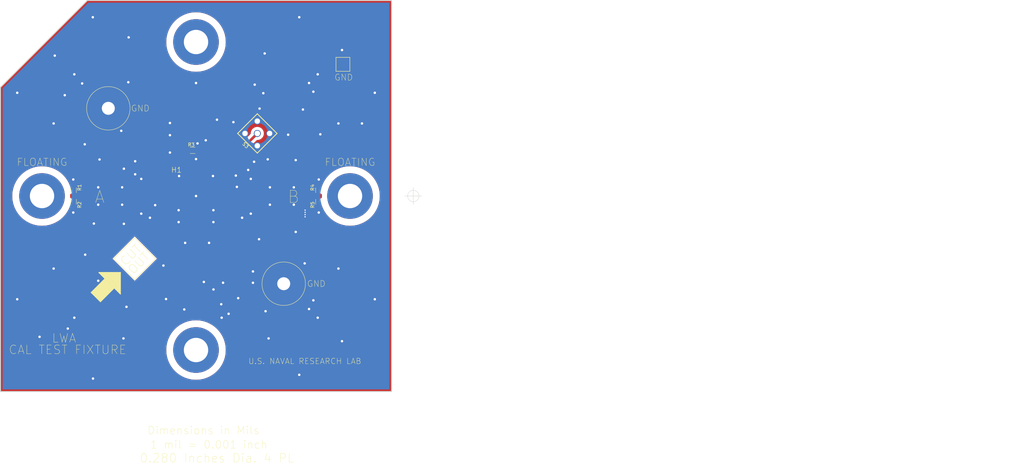
<source format=kicad_pcb>
(kicad_pcb (version 20221018) (generator pcbnew)
  (title_block (title "LWA CAL TEST FIXTURE") (date "2022-04-29") (rev "1.3"))
  (layers (0 "F.Cu" signal) (31 "B.Cu" signal) (34 "B.Paste" user) (35 "F.Paste" user) (36 "B.SilkS" user "B.Silkscreen") (37 "F.SilkS" user "F.Silkscreen") (38 "B.Mask" user) (39 "F.Mask" user) (44 "Edge.Cuts" user))
  (net 0 "")
  (net 1 "GND")
  (net 6 "Net-(H1-Pad1)")
  (net 7 "Net-(H1-Pad3)")
  (net 8 "unconnected-(H1-Pad4)")
  (net 9 "unconnected-(H1-Pad6)")
  (footprint "LWA Balun 2020:Feedpoint" (layer "F.Cu") (at 37.143588 99.7458)
    (fp_text reference "FP1" hide)
    (fp_text value "1/4-20 FREE-FIT")
    (pad "1" thru_hole circle locked (at 0 0) (size 13.335 13.335) (drill 7.112) (layers "*.Cu" "*.Mask"))
  )
  (footprint "LWA Balun 2020:Feedpoint" (layer "F.Cu") (at 127.143612 99.7458)
    (fp_text reference "FP2" hide)
    (fp_text value "1/4-20 FREE-FIT")
    (pad "1" thru_hole circle locked (at 0 0) (size 13.335 13.335) (drill 7.112) (layers "*.Cu" "*.Mask"))
  )
  (footprint "LWA Balun 2020:Feedpoint" (layer "F.Cu") (at 82.1436 54.745788)
    (fp_text reference "FP3" hide)
    (fp_text value "1/4-20 FREE-FIT")
    (pad "1" thru_hole circle locked (at 0 0) (size 13.335 13.335) (drill 7.112) (layers "*.Cu" "*.Mask"))
  )
  (footprint "LWA Balun 2020:Feedpoint" (layer "F.Cu") (at 82.1436 144.745812)
    (fp_text reference "FP4" hide)
    (fp_text value "1/4-20 FREE-FIT")
    (pad "1" thru_hole circle locked (at 0 0) (size 13.335 13.335) (drill 7.112) (layers "*.Cu" "*.Mask"))
  )
  (footprint "LWA Balun 2020:AMT-2" (layer "F.Cu") (at 84.6836 91.3638 180)
    (fp_text reference "H1" (at 8.255 -0.762) (layer "F.SilkS") (effects (font (size 1.524 1.524))))
    (fp_text value "AMT-32+")
    (pad "1" smd rect (at 0 0 180) (size 1.651 2.54) (layers "F.Cu" "F.Paste" "F.Mask") (net 6 "Net-(H1-Pad1)"))
    (pad "2" smd rect (at 2.54 0 180) (size 1.651 2.54) (layers "F.Cu" "F.Paste" "F.Mask") (net 1 "GND"))
    (pad "3" smd rect (at 5.08 0 180) (size 1.651 2.54) (layers "F.Cu" "F.Paste" "F.Mask") (net 7 "Net-(H1-Pad3)"))
    (pad "4" smd rect (at 5.08 -5.08 180) (size 1.651 2.54) (layers "F.Cu" "F.Paste" "F.Mask") (net 8 "unconnected-(H1-Pad4)"))
    (pad "5" smd rect (at 2.54 -5.08 180) (size 1.651 2.54) (layers "F.Cu" "F.Paste" "F.Mask") (net 1 "GND"))
    (pad "6" smd rect (at 0 -5.08 180) (size 1.651 2.54) (layers "F.Cu" "F.Paste" "F.Mask") (net 9 "unconnected-(H1-Pad6)"))
  )
  (footprint "LWA Balun 2020:Harwin_TP_S1751-46R" (layer "F.Cu") (at 125.0696 61.2648)
    (fp_text reference "TP2" hide)
    (fp_text value "GND TEST")
    (fp_line (start -2.032 -2.032) (end 2.032 -2.032) (stroke (width 0.15)) (layer "F.SilkS"))
    (fp_line (start -2.032 2.032) (end -2.032 -2.032) (stroke (width 0.15)) (layer "F.SilkS"))
    (fp_line (start 2.032 -2.032) (end 2.032 2.032) (stroke (width 0.15)) (layer "F.SilkS"))
    (fp_line (start 2.032 2.032) (end -2.032 2.032) (stroke (width 0.15)) (layer "F.SilkS"))
    (pad "1" smd rect (at 0 0) (size 3.450001 3.450001) (layers "F.Cu" "F.Paste" "F.Mask") (net 1 "GND"))
  )
  (footprint "LWA Balun 2020:GND_Bolt" (layer "F.Cu") (at 107.769228 125.371428)
    (fp_text reference "MH1" hide)
    (fp_text value "GND_Bolt")
    (fp_circle (center 0 0) (end 6.35 0) (stroke (width 0.12)) (fill none) (layer "F.SilkS"))
    (pad "1" thru_hole circle (at 0 0) (size 7.62 7.62) (drill 3.7973) (layers "*.Cu" "*.Mask") (net 1 "GND"))
  )
  (footprint "LWA Balun 2020:GND_Bolt" (layer "F.Cu") (at 56.517972 74.120172)
    (fp_text reference "MH2" hide)
    (fp_text value "GND_Bolt")
    (fp_circle (center 0 0) (end 6.35 0) (stroke (width 0.12)) (fill none) (layer "F.SilkS"))
    (pad "1" thru_hole circle (at 0 0) (size 7.62 7.62) (drill 3.7973) (layers "*.Cu" "*.Mask") (net 1 "GND"))
  )
  (footprint "LWA Balun 2020:R_Cal_1206" (layer "F.Cu") (at 46.2788 98.0688 90)
    (fp_text reference "R1" (at 0.8128 1.820012 90) (layer "F.SilkS"))
    (fp_text value "100R")
    (fp_line (start -0.727064 -0.91) (end 0.727064 -0.91) (stroke (width 0.12)) (layer "F.SilkS"))
    (fp_line (start -0.727064 0.91) (end 0.727064 0.91) (stroke (width 0.12)) (layer "F.SilkS"))
    (pad "1" smd roundrect (at -1.677 0 90) (size 1.3 1.75) (layers "F.Cu" "F.Paste" "F.Mask") (roundrect_rratio 0.1923076923) (net 8 "unconnected-(H1-Pad4)"))
    (pad "2" smd roundrect (at 1.677 0 90) (size 1.3 1.75) (layers "F.Cu" "F.Paste" "F.Mask") (roundrect_rratio 0.1923076923) (net 1 "GND"))
  )
  (footprint "FabDrawingTemplates:FabDrawing-2Layer-Imperial_LWA" (layer "F.Cu") (at 193.9036 74.9808)
    (fp_text reference "G1" hide)
    (fp_text value "PCB Layer Stackup Detail" hide)
  )
  (footprint "LWA Balun 2020:R_Cal_1206" (layer "F.Cu") (at 118.0084 98.0688 90)
    (fp_text reference "R4" (at 0.8128 -1.820012 90) (layer "F.SilkS"))
    (fp_text value "100R")
    (fp_line (start -0.727064 -0.91) (end 0.727064 -0.91) (stroke (width 0.12)) (layer "F.SilkS"))
    (fp_line (start -0.727064 0.91) (end 0.727064 0.91) (stroke (width 0.12)) (layer "F.SilkS"))
    (pad "1" smd roundrect (at -1.677 0 90) (size 1.3 1.75) (layers "F.Cu" "F.Paste" "F.Mask") (roundrect_rratio 0.1923076923) (net 9 "unconnected-(H1-Pad6)"))
    (pad "2" smd roundrect (at 1.677 0 90) (size 1.3 1.75) (layers "F.Cu" "F.Paste" "F.Mask") (roundrect_rratio 0.1923076923) (net 1 "GND"))
  )
  (footprint "LWA Balun 2020:R_Cal_1206" (layer "F.Cu") (at 118.0084 101.4228 -90)
    (fp_text reference "R5" (at 0.9156 1.820012 -90) (layer "F.SilkS"))
    (fp_text value "100R")
    (fp_line (start -0.727064 -0.91) (end 0.727064 -0.91) (stroke (width 0.12)) (layer "F.SilkS"))
    (fp_line (start -0.727064 0.91) (end 0.727064 0.91) (stroke (width 0.12)) (layer "F.SilkS"))
    (pad "1" smd roundrect (at -1.677 0 270) (size 1.3 1.75) (layers "F.Cu" "F.Paste" "F.Mask") (roundrect_rratio 0.1923076923) (net 9 "unconnected-(H1-Pad6)"))
    (pad "2" smd roundrect (at 1.677 0 270) (size 1.3 1.75) (layers "F.Cu" "F.Paste" "F.Mask") (roundrect_rratio 0.1923076923) (net 1 "GND"))
  )
  (footprint "LWA Balun 2020:R_Cal_1206" (layer "F.Cu") (at 46.2788 101.4228 -90)
    (fp_text reference "R2" (at 0.9156 -1.82 -90) (layer "F.SilkS"))
    (fp_text value "100R")
    (fp_line (start -0.727064 -0.91) (end 0.727064 -0.91) (stroke (width 0.12)) (layer "F.SilkS"))
    (fp_line (start -0.727064 0.91) (end 0.727064 0.91) (stroke (width 0.12)) (layer "F.SilkS"))
    (pad "1" smd roundrect (at -1.677 0 270) (size 1.3 1.75) (layers "F.Cu" "F.Paste" "F.Mask") (roundrect_rratio 0.1923076923) (net 8 "unconnected-(H1-Pad4)"))
    (pad "2" smd roundrect (at 1.677 0 270) (size 1.3 1.75) (layers "F.Cu" "F.Paste" "F.Mask") (roundrect_rratio 0.1923076923) (net 1 "GND"))
  )
  (footprint "Resistor_SMD:R_1206_3216Metric_Pad1.30x1.75mm_HandSolder" (layer "F.Cu") (at 81.1536 86.4108 180)
    (fp_text reference "R3" (at 0.407 1.651) (layer "F.SilkS"))
    (fp_text value "50R")
    (fp_line (start -0.727064 -0.91) (end 0.727064 -0.91) (stroke (width 0.12)) (layer "F.SilkS"))
    (fp_line (start -0.727064 0.91) (end 0.727064 0.91) (stroke (width 0.12)) (layer "F.SilkS"))
    (pad "1" smd roundrect (at -1.55 0 180) (size 1.3 1.75) (layers "F.Cu" "F.Paste" "F.Mask") (roundrect_rratio 0.1923076923) (net 1 "GND"))
    (pad "2" smd roundrect (at 1.55 0 180) (size 1.3 1.75) (layers "F.Cu" "F.Paste" "F.Mask") (roundrect_rratio 0.1923076923) (net 7 "Net-(H1-Pad3)"))
  )
  (footprint "LWA Balun 2020:SMA_142-0701-201" (layer "B.Cu") (at 100.0506 81.4578 -45)
    (fp_text reference "S3" (at 0.017961 4.867299 -45 unlocked) (layer "F.SilkS"))
    (fp_text value "TEST")
    (pad "1" thru_hole circle (at 0 0 315) (size 2.032 2.032) (drill 1.5748) (layers "*.Cu" "*.Mask") (net 6 "Net-(H1-Pad1)"))
    (pad "2" thru_hole circle (at -2.54 -2.54 315) (size 2.032 2.032) (drill 1.5748) (layers "*.Cu" "*.Mask") (net 1 "GND"))
    (pad "2" thru_hole circle (at -2.54 2.54 315) (size 2.032 2.032) (drill 1.5748) (layers "*.Cu" "*.Mask") (net 1 "GND"))
    (pad "2" thru_hole circle (at 2.54 -2.54 315) (size 2.032 2.032) (drill 1.5748) (layers "*.Cu" "*.Mask") (net 1 "GND"))
    (pad "2" thru_hole circle (at 2.54 2.54 315) (size 2.032 2.032) (drill 1.5748) (layers "*.Cu" "*.Mask") (net 1 "GND"))
  )
  (gr_line (start 64.2366 124.1298) (end 70.3326 118.0338) (stroke (width 0.15)) (layer "F.SilkS"))
  (gr_line (start 105.79796 81.4578) (end 100.0506 87.20516) (stroke (width 0.254)) (layer "F.SilkS"))
  (gr_line (start 60.0456 128.38398) (end 60.0456 122.0978) (stroke (width 0.254)) (layer "F.SilkS"))
  (gr_line (start 55.55547 123.89385) (end 51.51436 127.93497) (stroke (width 0.254)) (layer "F.SilkS"))
  (gr_line (start 58.1406 118.0338) (end 64.2366 111.9378) (stroke (width 0.15)) (layer "F.SilkS"))
  (gr_line (start 70.3326 118.0338) (end 64.2366 111.9378) (stroke (width 0.15)) (layer "F.SilkS"))
  (gr_poly (pts (xy 59.0296 125.9078) (xy 58.24955 126.58793) (xy 55.55547 123.89385) (xy 56.2356 123.1138)) (stroke (width 0.1)) (fill solid) (layer "F.SilkS"))
  (gr_line (start 58.1406 118.0338) (end 64.2366 124.1298) (stroke (width 0.15)) (layer "F.SilkS"))
  (gr_line (start 60.0456 128.38398) (end 58.24955 126.58793) (stroke (width 0.254)) (layer "F.SilkS"))
  (gr_line (start 105.79796 81.4578) (end 100.0506 75.71044) (stroke (width 0.254)) (layer "F.SilkS"))
  (gr_poly (pts (xy 60.0456 128.38398) (xy 58.24955 126.58793) (xy 59.0296 125.9078) (xy 56.2356 123.1138) (xy 55.55547 123.89385) (xy 53.75942 122.0978) (xy 60.0456 122.0978)) (stroke (width 0.1)) (fill solid) (layer "F.SilkS"))
  (gr_line (start 100.0506 87.20516) (end 94.30324 81.4578) (stroke (width 0.254)) (layer "F.SilkS"))
  (gr_line (start 100.0506 75.71044) (end 94.30324 81.4578) (stroke (width 0.254)) (layer "F.SilkS"))
  (gr_line (start 58.24955 126.58793) (end 54.20843 130.62904) (stroke (width 0.254)) (layer "F.SilkS"))
  (gr_line (start 55.55547 123.89385) (end 53.75942 122.0978) (stroke (width 0.254)) (layer "F.SilkS"))
  (gr_line (start 54.20843 130.62904) (end 51.51436 127.93497) (stroke (width 0.254)) (layer "F.SilkS"))
  (gr_poly (pts (xy 58.24955 126.58793) (xy 54.20843 130.62904) (xy 51.51436 127.93497) (xy 55.55547 123.89385)) (stroke (width 0.1)) (fill solid) (layer "F.SilkS"))
  (gr_line (start 60.0456 122.0978) (end 53.75942 122.0978) (stroke (width 0.254)) (layer "F.SilkS"))
  (gr_line (start 139.2936 156.8958) (end 139.2936 42.5958) (stroke (width 0.254)) (layer "Edge.Cuts"))
  (gr_line (start 139.2936 42.5958) (end 50.3936 42.5958) (stroke (width 0.254)) (layer "Edge.Cuts"))
  (gr_line (start 24.9936 156.8958) (end 24.9936 67.9958) (stroke (width 0.254)) (layer "Edge.Cuts"))
  (gr_line (start 70.5866 118.0338) (end 64.2366 111.6838) (stroke (width 0.0254)) (layer "Edge.Cuts"))
  (gr_line (start 70.5866 118.0338) (end 64.2366 124.3838) (stroke (width 0.0254)) (layer "Edge.Cuts"))
  (gr_line (start 64.2366 124.3838) (end 57.8866 118.0338) (stroke (width 0.0254)) (layer "Edge.Cuts"))
  (gr_line (start 139.2936 156.8958) (end 24.9936 156.8958) (stroke (width 0.254)) (layer "Edge.Cuts"))
  (gr_line (start 64.2366 111.6838) (end 57.8866 118.0338) (stroke (width 0.0254)) (layer "Edge.Cuts"))
  (gr_line (start 50.3936 42.5958) (end 24.9936 67.9958) (stroke (width 0.254)) (layer "Edge.Cuts"))
  (gr_text "A" (at 52.4256 99.9998) (layer "F.SilkS") (effects (font (size 3.556 3.556) (thickness 0.1)) (justify left)))
  (gr_text "GND" (at 122.5296 65.0748) (layer "F.SilkS") (effects (font (size 1.778 1.778) (thickness 0.1)) (justify left)))
  (gr_text "GND" (at 63.0936 74.120172) (layer "F.SilkS") (effects (font (size 1.778 1.778) (thickness 0.1)) (justify left)))
  (gr_text "B" (at 108.8136 99.9998) (layer "F.SilkS") (effects (font (size 3.556 3.556) (thickness 0.1)) (justify left)))
  (gr_text "CAL TEST FIXTURE" (at 61.934496 144.653) (layer "F.SilkS") (effects (font (size 2.54 2.54) (thickness 0.1)) (justify right)))
  (gr_text "GND" (at 114.5286 125.371428) (layer "F.SilkS") (effects (font (size 1.778 1.778) (thickness 0.1)) (justify left)))
  (gr_text "CUT" (at 60.5536 119.5578 45) (layer "F.SilkS") (effects (font (size 2.54 2.54) (thickness 0.1)) (justify left)))
  (gr_text "Dimensions in Mils " (at 67.8688 168.2242) (layer "F.SilkS") (effects (font (size 2.286 2.286) (thickness 0.1)) (justify left)))
  (gr_text "1 mil = 0.001 inch" (at 68.6816 172.3898) (layer "F.SilkS") (effects (font (size 2.286 2.286) (thickness 0.1)) (justify left)))
  (gr_text "LWA" (at 47.2186 141.2748) (layer "F.SilkS") (effects (font (size 2.54 2.54) (thickness 0.1)) (justify right)))
  (gr_text "OUT" (at 62.8396 121.9708 45) (layer "F.SilkS") (effects (font (size 2.54 2.54) (thickness 0.1)) (justify left)))
  (gr_text "0.280 Inches Dia. 4 PL" (at 65.6336 176.3268) (layer "F.SilkS") (effects (font (size 2.54 2.54) (thickness 0.1)) (justify left)))
  (gr_text "FLOATING" (at 29.691305 89.8398) (layer "F.SilkS") (effects (font (size 2.159 2.159) (thickness 0.1)) (justify left)))
  (gr_text "U.S. NAVAL RESEARCH LAB" (at 130.5036 148.0058) (layer "F.SilkS") (effects (font (size 1.651 1.651) (thickness 0.1)) (justify right)))
  (gr_text "FLOATING" (at 119.691328 89.8398) (layer "F.SilkS") (effects (font (size 2.159 2.159) (thickness 0.1)) (justify left)))
  (target plus (at 145.6436 99.7458) (size 5) (width 0.1) (layer "Edge.Cuts"))
  (segment (start 82.5786 86.4108) (end 82.5786 84.3788) (width 1.143) (layer "F.Cu") (net 1))
  (segment (start 82.1436 91.3638) (end 82.1436 88.9508) (width 1.143) (layer "F.Cu") (net 1))
  (segment (start 82.1436 99.7458) (end 82.1436 96.4438) (width 1.143) (layer "F.Cu") (net 1))
  (via (at 82.1436 99.7458) (size 1.27) (drill 0.7112) (layers "F.Cu" "B.Cu") (net 1))
  (via (at 91.6686 134.1628) (size 1.27) (drill 0.7112) (layers "F.Cu" "B.Cu") (net 1))
  (via (at 110.7186 102.2858) (size 1.27) (drill 0.7112) (layers "F.Cu" "B.Cu") (net 1))
  (via (at 73.3806 129.8448) (size 1.27) (drill 0.7112) (layers "F.Cu" "B.Cu") (net 1))
  (via (at 82.1436 88.9508) (size 1.27) (drill 0.7112) (layers "F.Cu" "B.Cu") (net 1))
  (via (at 72.6186 120.0658) (size 1.27) (drill 0.7112) (layers "F.Cu" "B.Cu") (net 1))
  (via (at 114.018448 103.867626) (size 0.762) (drill 0.381) (layers "F.Cu" "B.Cu") (net 1))
  (via (at 114.018447 105.817626) (size 0.762) (drill 0.381) (layers "F.Cu" "B.Cu") (net 1))
  (via (at 114.018447 105.167626) (size 0.762) (drill 0.381) (layers "F.Cu" "B.Cu") (net 1))
  (via (at 114.018447 104.517626) (size 0.762) (drill 0.381) (layers "F.Cu" "B.Cu") (net 1))
  (via (at 82.5786 84.3788) (size 1.27) (drill 0.7112) (layers "F.Cu" "B.Cu") (net 1))
  (via (at 87.24562 127.0508) (size 1.27) (drill 0.7112) (layers "F.Cu" "B.Cu") (net 1))
  (via (at 84.4296 124.85184) (size 1.27) (drill 0.7112) (layers "F.Cu" "B.Cu") (net 1))
  (via (at 90.0456 125.08576) (size 1.27) (drill 0.7112) (layers "F.Cu" "B.Cu") (net 1))
  (via (at 98.7806 121.783754) (size 1.27) (drill 0.7112) (layers "F.Cu" "B.Cu") (net 1))
  (via (at 98.7806 125.095) (size 1.27) (drill 0.7112) (layers "F.Cu" "B.Cu") (net 1))
  (via (at 89.5096 131.3688) (size 1.27) (drill 0.7112) (layers "F.Cu" "B.Cu") (net 1))
  (via (at 74.5236 81.9658) (size 1.27) (drill 0.7112) (layers "F.Cu" "B.Cu") (net 1))
  (via (at 130.62977 78.54565) (size 1.27) (drill 0.7112) (layers "F.Cu" "B.Cu") (net 1))
  (via (at 46.5836 64.1858) (size 1.27) (drill 0.7112) (layers "F.Cu" "B.Cu") (net 1))
  (via (at 123.75123 120.94595) (size 1.27) (drill 0.7112) (layers "F.Cu" "B.Cu") (net 1))
  (via (at 103.0986 89.027) (size 1.27) (drill 0.7112) (layers "F.Cu" "B.Cu") (net 1))
  (via (at 43.7896 70.2818) (size 1.27) (drill 0.7112) (layers "F.Cu" "B.Cu") (net 1))
  (via (at 103.7336 97.2058) (size 1.27) (drill 0.7112) (layers "F.Cu" "B.Cu") (net 1))
  (via (at 46.2788 94.9198) (size 1.27) (drill 0.7112) (layers "F.Cu" "B.Cu") (net 1))
  (via (at 68.6816 106.0958) (size 1.27) (drill 0.7112) (layers "F.Cu" "B.Cu") (net 1))
  (via (at 95.6056 106.0958) (size 1.27) (drill 0.7112) (layers "F.Cu" "B.Cu") (net 1))
  (via (at 99.2886 67.2084) (size 1.27) (drill 0.7112) (layers "F.Cu" "B.Cu") (net 1))
  (via (at 70.2056 102.4128) (size 1.27) (drill 0.7112) (layers "F.Cu" "B.Cu") (net 1))
  (via (at 64.3636 93.3958) (size 1.27) (drill 0.7112) (layers "F.Cu" "B.Cu") (net 1))
  (via (at 87.0966 93.9038) (size 1.27) (drill 0.7112) (layers "F.Cu" "B.Cu") (net 1))
  (via (at 48.8696 66.8528) (size 1.27) (drill 0.7112) (layers "F.Cu" "B.Cu") (net 1))
  (via (at 100.711 74.1934) (size 1.27) (drill 0.7112) (layers "F.Cu" "B.Cu") (net 1))
  (via (at 49.6316 84.6328) (size 1.27) (drill 0.7112) (layers "F.Cu" "B.Cu") (net 1))
  (via (at 51.9811 47.50281) (size 1.27) (drill 0.7112) (layers "F.Cu" "B.Cu") (net 1))
  (via (at 109.0676 81.8388) (size 1.27) (drill 0.7112) (layers "F.Cu" "B.Cu") (net 1))
  (via (at 44.6786 138.4808) (size 1.27) (drill 0.7112) (layers "F.Cu" "B.Cu") (net 1))
  (via (at 53.5686 97.2058) (size 1.27) (drill 0.7112) (layers "F.Cu" "B.Cu") (net 1))
  (via (at 60.5536 102.2858) (size 1.27) (drill 0.7112) (layers "F.Cu" "B.Cu") (net 1))
  (via (at 116.4336 130.2258) (size 1.27) (drill 0.7112) (layers "F.Cu" "B.Cu") (net 1))
  (via (at 53.5686 102.2858) (size 1.27) (drill 0.7112) (layers "F.Cu" "B.Cu") (net 1))
  (via (at 61.0616 107.8738) (size 1.27) (drill 0.7112) (layers "F.Cu" "B.Cu") (net 1))
  (via (at 46.2788 104.5718) (size 1.27) (drill 0.7112) (layers "F.Cu" "B.Cu") (net 1))
  (via (at 40.8686 58.7248) (size 1.27) (drill 0.7112) (layers "F.Cu" "B.Cu") (net 1))
  (via (at 113.3856 74.4728) (size 1.27) (drill 0.7112) (layers "F.Cu" "B.Cu") (net 1))
  (via (at 115.1636 66.7258) (size 1.27) (drill 0.7112) (layers "F.Cu" "B.Cu") (net 1))
  (via (at 112.3061 47.50282) (size 1.27) (drill 0.7112) (layers "F.Cu" "B.Cu") (net 1))
  (via (at 98.1456 104.902) (size 1.27) (drill 0.7112) (layers "F.Cu" "B.Cu") (net 1))
  (via (at 52.2986 107.7976) (size 1.27) (drill 0.7112) (layers "F.Cu" "B.Cu") (net 1))
  (via (at 60.94345 141.35343) (size 1.27) (drill 0.7112) (layers "F.Cu" "B.Cu") (net 1))
  (via (at 64.3636 89.5858) (size 1.27) (drill 0.7112) (layers "F.Cu" "B.Cu") (net 1))
  (via (at 40.53597 120.94595) (size 1.27) (drill 0.7112) (layers "F.Cu" "B.Cu") (net 1))
  (via (at 29.90061 129.9083) (size 1.27) (drill 0.7112) (layers "F.Cu" "B.Cu") (net 1))
  (via (at 99.1108 89.7382) (size 1.27) (drill 0.7112) (layers "F.Cu" "B.Cu") (net 1))
  (via (at 110.7186 97.2058) (size 1.27) (drill 0.7112) (layers "F.Cu" "B.Cu") (net 1))
  (via (at 36.4236 140.8938) (size 1.27) (drill 0.7112) (layers "F.Cu" "B.Cu") (net 1))
  (via (at 84.9884 83.4644) (size 1.27) (drill 0.7112) (layers "F.Cu" "B.Cu") (net 1))
  (via (at 88.265 77.4446) (size 1.27) (drill 0.7112) (layers "F.Cu" "B.Cu") (net 1))
  (via (at 118.0084 94.9198) (size 1.27) (drill 0.7112) (layers "F.Cu" "B.Cu") (net 1))
  (via (at 123.75123 78.54565) (size 1.27) (drill 0.7112) (layers "F.Cu" "B.Cu") (net 1))
  (via (at 87.2236 103.886) (size 1.27) (drill 0.7112) (layers "F.Cu" "B.Cu") (net 1))
  (via (at 102.2096 58.0898) (size 1.27) (drill 0.7112) (layers "F.Cu" "B.Cu") (net 1))
  (via (at 77.1906 93.9038) (size 1.27) (drill 0.7112) (layers "F.Cu" "B.Cu") (net 1))
  (via (at 60.2996 80.6958) (size 1.27) (drill 0.7112) (layers "F.Cu" "B.Cu") (net 1))
  (via (at 78.7146 132.8928) (size 1.27) (drill 0.7112) (layers "F.Cu" "B.Cu") (net 1))
  (via (at 66.1416 104.902) (size 1.27) (drill 0.7112) (layers "F.Cu" "B.Cu") (net 1))
  (via (at 49.7586 116.8908) (size 1.27) (drill 0.7112) (layers "F.Cu" "B.Cu") (net 1))
  (via (at 85.9536 113.4364) (size 1.27) (drill 0.7112) (layers "F.Cu" "B.Cu") (net 1))
  (via (at 87.2236 107.3658) (size 1.27) (drill 0.7112) (layers "F.Cu" "B.Cu") (net 1))
  (via (at 29.90062 69.5833) (size 1.27) (drill 0.7112) (layers "F.Cu" "B.Cu") (net 1))
  (via (at 93.0656 78.1558) (size 1.27) (drill 0.7112) (layers "F.Cu" "B.Cu") (net 1))
  (via (at 53.9496 89.0778) (size 1.27) (drill 0.7112) (layers "F.Cu" "B.Cu") (net 1))
  (via (at 134.38659 69.5833) (size 1.27) (drill 0.7112) (layers "F.Cu" "B.Cu") (net 1))
  (via (at 97.3836 92.1258) (size 1.27) (drill 0.7112) (layers "F.Cu" "B.Cu") (net 1))
  (via (at 53.5686 124.5108) (size 1.27) (drill 0.7112) (layers "F.Cu" "B.Cu") (net 1))
  (via (at 77.0636 103.886) (size 1.27) (drill 0.7112) (layers "F.Cu" "B.Cu") (net 1))
  (via (at 52.0446 153.0858) (size 1.27) (drill 0.7112) (layers "F.Cu" "B.Cu") (net 1))
  (via (at 111.2774 110.236) (size 1.27) (drill 0.7112) (layers "F.Cu" "B.Cu") (net 1))
  (via (at 74.5236 87.0458) (size 1.27) (drill 0.7112) (layers "F.Cu" "B.Cu") (net 1))
  (via (at 117.7036 64.1858) (size 1.27) (drill 0.7112) (layers "F.Cu" "B.Cu") (net 1))
  (via (at 103.34375 141.35343) (size 1.27) (drill 0.7112) (layers "F.Cu" "B.Cu") (net 1))
  (via (at 93.7768 93.7768) (size 1.27) (drill 0.7112) (layers "F.Cu" "B.Cu") (net 1))
  (via (at 89.6366 135.3058) (size 1.27) (drill 0.7112) (layers "F.Cu" "B.Cu") (net 1))
  (via (at 101.8032 69.6976) (size 1.27) (drill 0.7112) (layers "F.Cu" "B.Cu") (net 1))
  (via (at 98.1456 94.742) (size 1.27) (drill 0.7112) (layers "F.Cu" "B.Cu") (net 1))
  (via (at 82.1436 66.7258) (size 1.27) (drill 0.7112) (layers "F.Cu" "B.Cu") (net 1))
  (via (at 118.0084 104.5718) (size 1.27) (drill 0.7112) (layers "F.Cu" "B.Cu") (net 1))
  (via (at 62.4586 53.3908) (size 1.27) (drill 0.7112) (layers "F.Cu" "B.Cu") (net 1))
  (via (at 61.8236 132.1308) (size 1.27) (drill 0.7112) (layers "F.Cu" "B.Cu") (net 1))
  (via (at 102.4636 133.4008) (size 1.27) (drill 0.7112) (layers "F.Cu" "B.Cu") (net 1))
  (via (at 103.7336 102.2858) (size 1.27) (drill 0.7112) (layers "F.Cu" "B.Cu") (net 1))
  (via (at 117.7036 135.3058) (size 1.27) (drill 0.7112) (layers "F.Cu" "B.Cu") (net 1))
  (via (at 77.0636 107.3658) (size 1.27) (drill 0.7112) (layers "F.Cu" "B.Cu") (net 1))
  (via (at 62.357 66.4972) (size 1.27) (drill 0.7112) (layers "F.Cu" "B.Cu") (net 1))
  (via (at 118.4656 81.7118) (size 1.27) (drill 0.7112) (layers "F.Cu" "B.Cu") (net 1))
  (via (at 78.9686 113.4364) (size 1.27) (drill 0.7112) (layers "F.Cu" "B.Cu") (net 1))
  (via (at 40.53597 78.54565) (size 1.27) (drill 0.7112) (layers "F.Cu" "B.Cu") (net 1))
  (via (at 94.0816 97.0788) (size 1.27) (drill 0.7112) (layers "F.Cu" "B.Cu") (net 1))
  (via (at 116.4336 69.2658) (size 1.27) (drill 0.7112) (layers "F.Cu" "B.Cu") (net 1))
  (via (at 134.38658 129.9083) (size 1.27) (drill 0.7112) (layers "F.Cu" "B.Cu") (net 1))
  (via (at 111.2774 89.2556) (size 1.27) (drill 0.7112) (layers "F.Cu" "B.Cu") (net 1))
  (via (at 66.1416 94.742) (size 1.27) (drill 0.7112) (layers "F.Cu" "B.Cu") (net 1))
  (via (at 60.5536 97.2058) (size 1.27) (drill 0.7112) (layers "F.Cu" "B.Cu") (net 1))
  (via (at 115.1636 132.7658) (size 1.27) (drill 0.7112) (layers "F.Cu" "B.Cu") (net 1))
  (via (at 61.0616 91.7702) (size 1.27) (drill 0.7112) (layers "F.Cu" "B.Cu") (net 1))
  (via (at 74.5236 78.4098) (size 1.27) (drill 0.7112) (layers "F.Cu" "B.Cu") (net 1))
  (via (at 124.7902 142.1638) (size 1.27) (drill 0.7112) (layers "F.Cu" "B.Cu") (net 1))
  (via (at 46.5836 135.3058) (size 1.27) (drill 0.7112) (layers "F.Cu" "B.Cu") (net 1))
  (via (at 94.4626 129.5908) (size 1.27) (drill 0.7112) (layers "F.Cu" "B.Cu") (net 1))
  (via (at 112.3061 151.98879) (size 1.27) (drill 0.7112) (layers "F.Cu" "B.Cu") (net 1))
  (via (at 113.8936 119.4308) (size 1.27) (drill 0.7112) (layers "F.Cu" "B.Cu") (net 1))
  (via (at 100.5586 112.3696) (size 1.27) (drill 0.7112) (layers "F.Cu" "B.Cu") (net 1))
  (via (at 124.79982 57.08958) (size 1.27) (drill 0.7112) (layers "F.Cu" "B.Cu") (net 1))
  (segment (start 84.6836 91.3638) (end 84.6836 88.10861) (width 0.762) (layer "F.Cu") (net 6))
  (segment (start 93.39979 88.10861) (end 100.0506 81.4578) (width 0.762) (layer "F.Cu") (net 6))
  (segment (start 84.6836 88.10861) (end 93.39979 88.10861) (width 0.762) (layer "F.Cu") (net 6))
  (segment (start 79.6036 91.3638) (end 79.6036 86.4108) (width 1.143) (layer "F.Cu") (net 7))
  (segment (start 79.6036 99.7458) (end 77.8256 99.7458) (width 1.143) (layer "F.Cu") (net 8))
  (segment (start 79.6036 96.4438) (end 79.6036 99.7458) (width 1.143) (layer "F.Cu") (net 8))
  (segment (start 77.6986 99.7458) (end 46.2026 99.7458) (width 1.6002) (layer "F.Cu") (net 8))
  (segment (start 84.6836 99.7458) (end 84.6836 96.4438) (width 1.143) (layer "F.Cu") (net 9))
  (segment (start 118.0846 99.7458) (end 86.5886 99.7458) (width 1.6002) (layer "F.Cu") (net 9))
  (segment (start 86.4616 99.7458) (end 84.6836 99.7458) (width 1.143) (layer "F.Cu") (net 9))
  (zone (net 1) (net_name "GND") (layer "F.Cu") (priority 98) (connect_pads yes (clearance 0.889)) (min_thickness 0.254) (fill yes (thermal_gap 0.254) (thermal_bridge_width 0.508))
    (polygon (pts (xy 117.7036 64.1858) (xy 46.5836 64.1858) (xy 46.5836 135.3058) (xy 117.7036 135.3058)))
  )
  (zone (net 1) (net_name "GND") (layer "F.Cu") (priority 96) (connect_pads yes (clearance 2.032)) (min_thickness 0.254) (fill yes (thermal_gap 0.254) (thermal_bridge_width 0.508))
    (polygon (pts (xy 139.2936 42.5958) (xy 50.3936 42.5958) (xy 24.9936 67.9958) (xy 24.9936 156.8958) (xy 139.2936 156.8958)))
  )
  (zone (net 1) (net_name "GND") (layer "B.Cu") (connect_pads yes (clearance 2.032)) (min_thickness 0.254) (fill yes (thermal_gap 0.508) (thermal_bridge_width 0.508))
    (polygon (pts (xy 25.641028 68.263973) (xy 25.641028 156.248372) (xy 138.646172 156.248372) (xy 138.646172 43.243228) (xy 50.661773 43.243228)))
  )
)
</source>
